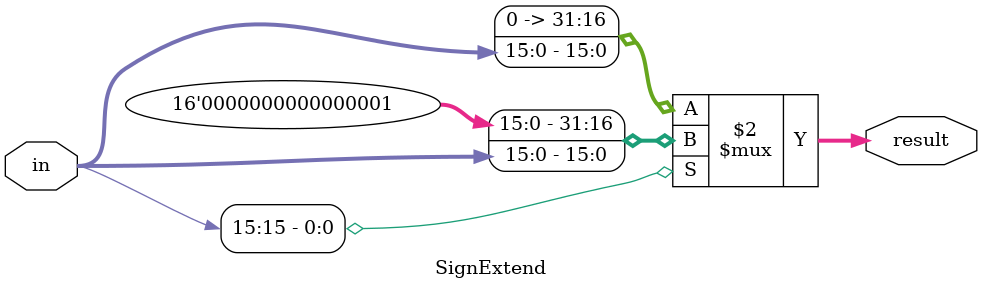
<source format=v>
`timescale 1ns / 1ps
module SignExtend(in, result);
	
	input [15:0] in;
	output [31:0] result;
	
	assign result = in[15] == 0 ? {16'b0, in} : {16'b1, in};
	//always @(in) begin
		
	//		$display("ini");
	//	if(in[15]==0) begin
	//		$display({16'b0, in});
	//		result <= {16'b0, in};
	//	end else begin
	//		$display({16'b1, in});
	//		result <= {16'b1, in};
	//	end
		
	//end
	
endmodule

</source>
